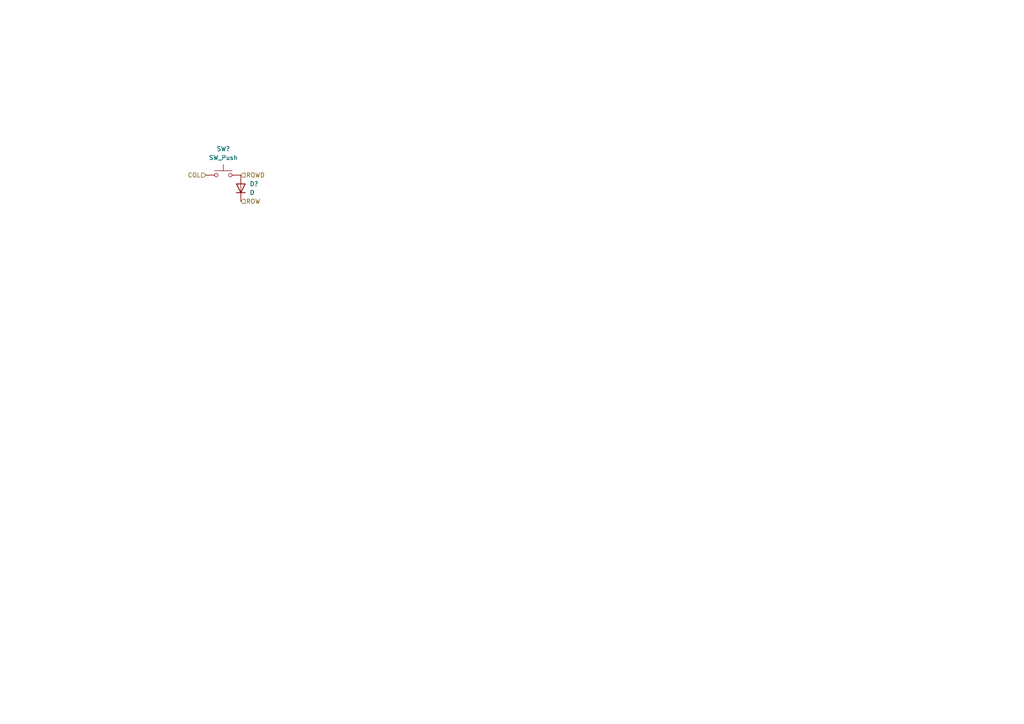
<source format=kicad_sch>
(kicad_sch (version 20211123) (generator eeschema)
  (paper "A4")
  (lib_symbols
    (symbol "Device:D" (pin_numbers hide) (pin_names (offset 1.016) hide)
      (property "Reference" "D" (at 0 2.54 0))
      (property "Value" "D" (at 0 -2.54 0))
      (symbol "D_0_1"
        (polyline (pts (xy -1.27 1.27) (xy -1.27 -1.27)) (stroke (width 0.254)))
        (polyline (pts (xy 1.27 0) (xy -1.27 0)))
        (polyline (pts (xy 1.27 1.27) (xy 1.27 -1.27) (xy -1.27 0) (xy 1.27 1.27)) (stroke (width 0.254)))
      )
      (symbol "D_1_1"
        (pin passive line (at -3.81 0 0) (length 2.54) (name "K") (number "1"))
        (pin passive line (at 3.81 0 180) (length 2.54) (name "A") (number "2"))
      )
    )
    (symbol "Switch:SW_Push" (pin_numbers hide) (pin_names (offset 1.016) hide)
      (property "Reference" "SW" (at 1.27 2.54 0))
      (property "Value" "SW_Push" (at 0 -1.524 0))
      (symbol "SW_Push_0_1"
        (circle (center -2.032 0) (radius 0.508))
        (polyline (pts (xy 0 1.27) (xy 0 3.048)))
        (polyline (pts (xy 2.54 1.27) (xy -2.54 1.27)))
        (circle (center 2.032 0) (radius 0.508))
        (pin passive line (at -5.08 0 0) (length 2.54) (name "1") (number "1"))
        (pin passive line (at 5.08 0 180) (length 2.54) (name "2") (number "2"))
      )
    )
  )
  (hierarchical_label "ROW" (shape input) (at 69.85 58.42 0))
  (hierarchical_label "ROWD" (shape input) (at 69.85 50.8 0))
  (hierarchical_label "COL" (shape input) (at 59.69 50.8 180))
  (symbol (lib_id "Switch:SW_Push") (at 64.77 50.8 0)
    (property "Reference" "SW?" (at 64.77 43.18 0))
    (property "Value" "SW_Push" (at 64.77 45.72 0))
    (property "Footprint" "Stefan:SW_MX_PG1350_reversible" (effects hide))
  )
  (symbol (lib_id "Device:D") (at 69.85 54.61 90)
    (property "Reference" "D?" (at 72.39 53.3399 90) (effects (justify right)))
    (property "Value" "D" (at 72.39 55.8799 90) (effects (justify right)))
    (property "Footprint" "Stefan:D_0805_2012Metric_Pad1.18x1.45mm_HandSolder_Dual_Reversible" (effects hide))
  )
)
</source>
